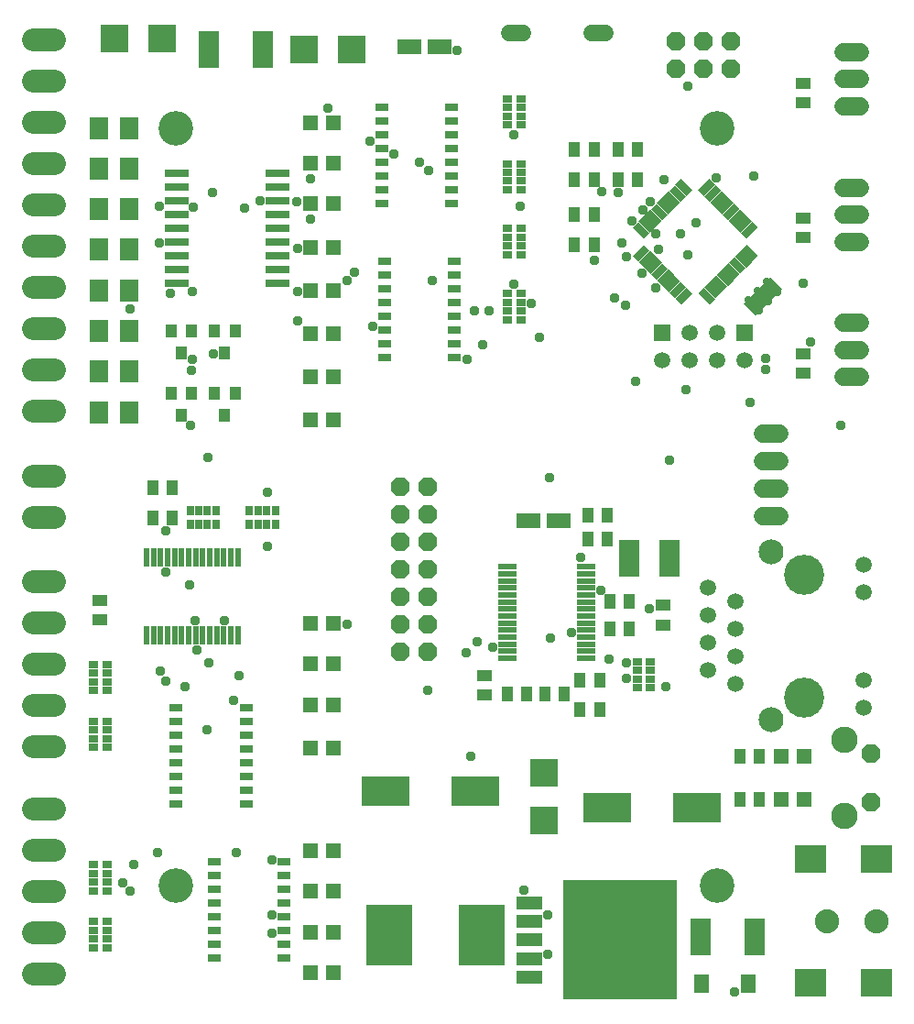
<source format=gbr>
G04 EAGLE Gerber RS-274X export*
G75*
%MOMM*%
%FSLAX34Y34*%
%LPD*%
%INSoldermask Top*%
%IPPOS*%
%AMOC8*
5,1,8,0,0,1.08239X$1,22.5*%
G01*
%ADD10C,3.203200*%
%ADD11R,1.403200X1.403200*%
%ADD12R,1.473200X1.673200*%
%ADD13R,1.003200X1.403200*%
%ADD14R,1.983200X3.403200*%
%ADD15R,3.003200X2.603200*%
%ADD16C,2.235200*%
%ADD17R,1.403200X1.003200*%
%ADD18R,1.511200X1.511200*%
%ADD19C,1.511200*%
%ADD20R,1.703200X0.603200*%
%ADD21R,1.903200X3.503200*%
%ADD22R,2.203200X1.403200*%
%ADD23C,2.303200*%
%ADD24C,3.703200*%
%ADD25C,1.727200*%
%ADD26R,1.473200X0.762000*%
%ADD27R,0.762000X1.473200*%
%ADD28C,0.653200*%
%ADD29R,3.495041X1.534159*%
%ADD30R,4.503200X2.703200*%
%ADD31R,4.203200X5.703200*%
%ADD32R,10.613200X11.003200*%
%ADD33R,2.362200X1.270000*%
%ADD34R,2.603200X2.603200*%
%ADD35P,1.869504X8X112.500000*%
%ADD36C,2.451100*%
%ADD37P,1.852186X8X22.500000*%
%ADD38C,1.524000*%
%ADD39R,1.203200X0.703200*%
%ADD40R,0.603200X1.703200*%
%ADD41C,2.108200*%
%ADD42R,0.853200X0.703200*%
%ADD43R,0.703200X0.853200*%
%ADD44R,1.803200X2.003200*%
%ADD45R,2.184400X0.762000*%
%ADD46P,1.852186X8X112.500000*%
%ADD47R,1.005200X1.175200*%
%ADD48C,0.959600*%


D10*
X172500Y832500D03*
X672500Y832500D03*
X172500Y132500D03*
X672500Y132500D03*
D11*
X753000Y212500D03*
X732000Y212500D03*
D12*
X701500Y42500D03*
X658500Y42500D03*
D13*
X711500Y212500D03*
X693500Y212500D03*
D14*
X657600Y85000D03*
X707400Y85000D03*
D15*
X820000Y43000D03*
X820000Y157000D03*
X759000Y43000D03*
X759000Y157000D03*
D16*
X820000Y100000D03*
X774280Y100000D03*
D17*
X752500Y624000D03*
X752500Y606000D03*
X752500Y749000D03*
X752500Y731000D03*
D18*
X621750Y643625D03*
X697950Y643625D03*
D19*
X647150Y643625D03*
X672550Y643625D03*
X672550Y618225D03*
X647150Y618225D03*
X621750Y618225D03*
X697950Y618225D03*
D17*
X752500Y874000D03*
X752500Y856000D03*
D20*
X478750Y427250D03*
X478750Y420750D03*
X478750Y414250D03*
X478750Y407750D03*
X478750Y401250D03*
X478750Y394750D03*
X478750Y388250D03*
X478750Y381750D03*
X478750Y375250D03*
X478750Y368750D03*
X478750Y362250D03*
X478750Y355750D03*
X478750Y349250D03*
X478750Y342750D03*
X551250Y342750D03*
X551250Y349250D03*
X551250Y355750D03*
X551250Y362250D03*
X551250Y368750D03*
X551250Y375250D03*
X551250Y381750D03*
X551250Y388250D03*
X551250Y394750D03*
X551250Y401250D03*
X551250Y407750D03*
X551250Y414250D03*
X551250Y420750D03*
X551250Y427250D03*
D13*
X496500Y310000D03*
X478500Y310000D03*
D17*
X457500Y326500D03*
X457500Y308500D03*
D13*
X513500Y310000D03*
X531500Y310000D03*
D21*
X591500Y435000D03*
X628500Y435000D03*
D13*
X573500Y370000D03*
X591500Y370000D03*
X573500Y395000D03*
X591500Y395000D03*
X564000Y322500D03*
X546000Y322500D03*
D17*
X622500Y391500D03*
X622500Y373500D03*
D13*
X564000Y295000D03*
X546000Y295000D03*
D22*
X498500Y470000D03*
X526500Y470000D03*
D13*
X571500Y475000D03*
X553500Y475000D03*
X571500Y452500D03*
X553500Y452500D03*
D23*
X722700Y285750D03*
X722700Y440650D03*
D19*
X808400Y429450D03*
X808400Y404050D03*
X808400Y322350D03*
X808400Y296950D03*
X664300Y407600D03*
X664300Y382200D03*
X664300Y356800D03*
X664300Y331400D03*
X689700Y395000D03*
X689700Y369600D03*
X689700Y344200D03*
X689700Y318800D03*
D24*
X753000Y306200D03*
X753000Y420200D03*
D25*
X730120Y550600D02*
X714880Y550600D01*
X714880Y525200D02*
X730120Y525200D01*
X730120Y499800D02*
X714880Y499800D01*
X714880Y474400D02*
X730120Y474400D01*
D13*
X559000Y812500D03*
X541000Y812500D03*
X541000Y785000D03*
X559000Y785000D03*
X581000Y785000D03*
X599000Y785000D03*
X693500Y252500D03*
X711500Y252500D03*
D11*
X753000Y252500D03*
X732000Y252500D03*
D26*
G36*
X660540Y685250D02*
X670956Y674834D01*
X665568Y669446D01*
X655152Y679862D01*
X660540Y685250D01*
G37*
G36*
X666197Y690907D02*
X676613Y680491D01*
X671225Y675103D01*
X660809Y685519D01*
X666197Y690907D01*
G37*
G36*
X671854Y696563D02*
X682270Y686147D01*
X676882Y680759D01*
X666466Y691175D01*
X671854Y696563D01*
G37*
G36*
X677511Y702220D02*
X687927Y691804D01*
X682539Y686416D01*
X672123Y696832D01*
X677511Y702220D01*
G37*
G36*
X683168Y707877D02*
X693584Y697461D01*
X688196Y692073D01*
X677780Y702489D01*
X683168Y707877D01*
G37*
G36*
X688825Y713534D02*
X699241Y703118D01*
X693853Y697730D01*
X683437Y708146D01*
X688825Y713534D01*
G37*
G36*
X694481Y719191D02*
X704897Y708775D01*
X699509Y703387D01*
X689093Y713803D01*
X694481Y719191D01*
G37*
G36*
X700138Y724848D02*
X710554Y714432D01*
X705166Y709044D01*
X694750Y719460D01*
X700138Y724848D01*
G37*
D27*
G36*
X705166Y745956D02*
X710554Y740568D01*
X700138Y730152D01*
X694750Y735540D01*
X705166Y745956D01*
G37*
G36*
X699509Y751613D02*
X704897Y746225D01*
X694481Y735809D01*
X689093Y741197D01*
X699509Y751613D01*
G37*
G36*
X693853Y757270D02*
X699241Y751882D01*
X688825Y741466D01*
X683437Y746854D01*
X693853Y757270D01*
G37*
G36*
X688196Y762927D02*
X693584Y757539D01*
X683168Y747123D01*
X677780Y752511D01*
X688196Y762927D01*
G37*
G36*
X682539Y768584D02*
X687927Y763196D01*
X677511Y752780D01*
X672123Y758168D01*
X682539Y768584D01*
G37*
G36*
X676882Y774241D02*
X682270Y768853D01*
X671854Y758437D01*
X666466Y763825D01*
X676882Y774241D01*
G37*
G36*
X671225Y779897D02*
X676613Y774509D01*
X666197Y764093D01*
X660809Y769481D01*
X671225Y779897D01*
G37*
G36*
X665568Y785554D02*
X670956Y780166D01*
X660540Y769750D01*
X655152Y775138D01*
X665568Y785554D01*
G37*
D26*
G36*
X639432Y785554D02*
X649848Y775138D01*
X644460Y769750D01*
X634044Y780166D01*
X639432Y785554D01*
G37*
G36*
X633775Y779897D02*
X644191Y769481D01*
X638803Y764093D01*
X628387Y774509D01*
X633775Y779897D01*
G37*
G36*
X628118Y774241D02*
X638534Y763825D01*
X633146Y758437D01*
X622730Y768853D01*
X628118Y774241D01*
G37*
G36*
X622461Y768584D02*
X632877Y758168D01*
X627489Y752780D01*
X617073Y763196D01*
X622461Y768584D01*
G37*
G36*
X616804Y762927D02*
X627220Y752511D01*
X621832Y747123D01*
X611416Y757539D01*
X616804Y762927D01*
G37*
G36*
X611147Y757270D02*
X621563Y746854D01*
X616175Y741466D01*
X605759Y751882D01*
X611147Y757270D01*
G37*
G36*
X605491Y751613D02*
X615907Y741197D01*
X610519Y735809D01*
X600103Y746225D01*
X605491Y751613D01*
G37*
G36*
X599834Y745956D02*
X610250Y735540D01*
X604862Y730152D01*
X594446Y740568D01*
X599834Y745956D01*
G37*
D27*
G36*
X604862Y724848D02*
X610250Y719460D01*
X599834Y709044D01*
X594446Y714432D01*
X604862Y724848D01*
G37*
G36*
X610519Y719191D02*
X615907Y713803D01*
X605491Y703387D01*
X600103Y708775D01*
X610519Y719191D01*
G37*
G36*
X616175Y713534D02*
X621563Y708146D01*
X611147Y697730D01*
X605759Y703118D01*
X616175Y713534D01*
G37*
G36*
X621832Y707877D02*
X627220Y702489D01*
X616804Y692073D01*
X611416Y697461D01*
X621832Y707877D01*
G37*
G36*
X627489Y702220D02*
X632877Y696832D01*
X622461Y686416D01*
X617073Y691804D01*
X627489Y702220D01*
G37*
G36*
X633146Y696563D02*
X638534Y691175D01*
X628118Y680759D01*
X622730Y686147D01*
X633146Y696563D01*
G37*
G36*
X638803Y690907D02*
X644191Y685519D01*
X633775Y675103D01*
X628387Y680491D01*
X638803Y690907D01*
G37*
G36*
X644460Y685250D02*
X649848Y679862D01*
X639432Y669446D01*
X634044Y674834D01*
X644460Y685250D01*
G37*
D13*
X581000Y812500D03*
X599000Y812500D03*
X559000Y752500D03*
X541000Y752500D03*
D28*
X701371Y674159D02*
X711659Y663871D01*
X720144Y672356D02*
X709856Y682644D01*
X718341Y691129D02*
X728629Y680841D01*
D29*
G36*
X732780Y684396D02*
X708068Y659684D01*
X697220Y670532D01*
X721932Y695244D01*
X732780Y684396D01*
G37*
D13*
X559000Y725000D03*
X541000Y725000D03*
D30*
X366000Y220000D03*
X449000Y220000D03*
X654000Y205000D03*
X571000Y205000D03*
D31*
X370000Y87500D03*
X455000Y87500D03*
D32*
X582900Y82500D03*
D33*
X499588Y116536D03*
X499588Y99518D03*
X499588Y82500D03*
X499588Y65482D03*
X499588Y48464D03*
D34*
X512500Y237000D03*
X512500Y193000D03*
D35*
X814946Y209894D03*
X814946Y255106D03*
D36*
X790054Y197448D03*
X790054Y267552D03*
D25*
X789880Y652500D02*
X805120Y652500D01*
X805120Y627500D02*
X789880Y627500D01*
X789880Y602500D02*
X805120Y602500D01*
X805120Y777500D02*
X789880Y777500D01*
X789880Y752500D02*
X805120Y752500D01*
X805120Y727500D02*
X789880Y727500D01*
X789880Y902500D02*
X805120Y902500D01*
X805120Y877500D02*
X789880Y877500D01*
X789880Y852500D02*
X805120Y852500D01*
D37*
X634600Y887300D03*
X634600Y912700D03*
X660000Y887300D03*
X660000Y912700D03*
X685400Y887300D03*
X685400Y912700D03*
D38*
X569704Y920000D02*
X556496Y920000D01*
X493504Y920000D02*
X480296Y920000D01*
D11*
X318000Y375000D03*
X297000Y375000D03*
X318000Y337500D03*
X297000Y337500D03*
X318000Y300000D03*
X297000Y300000D03*
X318000Y260000D03*
X297000Y260000D03*
X318000Y165000D03*
X297000Y165000D03*
X318000Y127500D03*
X297000Y127500D03*
X318000Y90000D03*
X297000Y90000D03*
D39*
X172600Y296950D03*
X172600Y284250D03*
X172600Y271550D03*
X172600Y258850D03*
X172600Y246150D03*
X172600Y233450D03*
X172600Y220750D03*
X172600Y208050D03*
X237400Y208050D03*
X237400Y220750D03*
X237400Y233450D03*
X237400Y246150D03*
X237400Y258850D03*
X237400Y271550D03*
X237400Y284250D03*
X237400Y296950D03*
X207600Y154450D03*
X207600Y141750D03*
X207600Y129050D03*
X207600Y116350D03*
X207600Y103650D03*
X207600Y90950D03*
X207600Y78250D03*
X207600Y65550D03*
X272400Y65550D03*
X272400Y78250D03*
X272400Y90950D03*
X272400Y103650D03*
X272400Y116350D03*
X272400Y129050D03*
X272400Y141750D03*
X272400Y154450D03*
D11*
X318000Y52500D03*
X297000Y52500D03*
D40*
X229750Y436250D03*
X223250Y436250D03*
X216750Y436250D03*
X210250Y436250D03*
X203750Y436250D03*
X197250Y436250D03*
X190750Y436250D03*
X184250Y436250D03*
X177750Y436250D03*
X171250Y436250D03*
X164750Y436250D03*
X158250Y436250D03*
X151750Y436250D03*
X145250Y436250D03*
X145250Y363750D03*
X151750Y363750D03*
X158250Y363750D03*
X164750Y363750D03*
X171250Y363750D03*
X177750Y363750D03*
X184250Y363750D03*
X190750Y363750D03*
X197250Y363750D03*
X203750Y363750D03*
X210250Y363750D03*
X216750Y363750D03*
X223250Y363750D03*
X229750Y363750D03*
D41*
X59525Y511550D02*
X40475Y511550D01*
X40475Y473450D02*
X59525Y473450D01*
D39*
X362600Y851950D03*
X362600Y839250D03*
X362600Y826550D03*
X362600Y813850D03*
X362600Y801150D03*
X362600Y788450D03*
X362600Y775750D03*
X362600Y763050D03*
X427400Y763050D03*
X427400Y775750D03*
X427400Y788450D03*
X427400Y801150D03*
X427400Y813850D03*
X427400Y826550D03*
X427400Y839250D03*
X427400Y851950D03*
D13*
X151000Y500000D03*
X169000Y500000D03*
X151000Y472500D03*
X169000Y472500D03*
D42*
X96250Y284500D03*
X96250Y276500D03*
X96250Y268500D03*
X96250Y260500D03*
X108750Y260500D03*
X108750Y268500D03*
X108750Y276500D03*
X108750Y284500D03*
X96250Y337000D03*
X96250Y329000D03*
X96250Y321000D03*
X96250Y313000D03*
X108750Y313000D03*
X108750Y321000D03*
X108750Y329000D03*
X108750Y337000D03*
X96250Y99500D03*
X96250Y91500D03*
X96250Y83500D03*
X96250Y75500D03*
X108750Y75500D03*
X108750Y83500D03*
X108750Y91500D03*
X108750Y99500D03*
X96250Y152000D03*
X96250Y144000D03*
X96250Y136000D03*
X96250Y128000D03*
X108750Y128000D03*
X108750Y136000D03*
X108750Y144000D03*
X108750Y152000D03*
X598750Y339500D03*
X598750Y331500D03*
X598750Y323500D03*
X598750Y315500D03*
X611250Y315500D03*
X611250Y323500D03*
X611250Y331500D03*
X611250Y339500D03*
D43*
X209500Y478750D03*
X201500Y478750D03*
X193500Y478750D03*
X185500Y478750D03*
X185500Y466250D03*
X193500Y466250D03*
X201500Y466250D03*
X209500Y466250D03*
D42*
X478750Y799500D03*
X478750Y791500D03*
X478750Y783500D03*
X478750Y775500D03*
X491250Y775500D03*
X491250Y783500D03*
X491250Y791500D03*
X491250Y799500D03*
X478750Y859500D03*
X478750Y851500D03*
X478750Y843500D03*
X478750Y835500D03*
X491250Y835500D03*
X491250Y843500D03*
X491250Y851500D03*
X491250Y859500D03*
D41*
X59525Y413700D02*
X40475Y413700D01*
X40475Y375600D02*
X59525Y375600D01*
X59525Y337500D02*
X40475Y337500D01*
X40475Y299400D02*
X59525Y299400D01*
X59525Y261300D02*
X40475Y261300D01*
X40475Y203700D02*
X59525Y203700D01*
X59525Y165600D02*
X40475Y165600D01*
X40475Y127500D02*
X59525Y127500D01*
X59525Y89400D02*
X40475Y89400D01*
X40475Y51300D02*
X59525Y51300D01*
D17*
X102500Y396500D03*
X102500Y378500D03*
D11*
X297000Y837500D03*
X318000Y837500D03*
X297000Y800000D03*
X318000Y800000D03*
X297000Y762500D03*
X318000Y762500D03*
X297000Y722500D03*
X318000Y722500D03*
D34*
X159500Y915000D03*
X115500Y915000D03*
X290500Y905000D03*
X334500Y905000D03*
D14*
X252400Y905000D03*
X202600Y905000D03*
D44*
X101000Y570000D03*
X129000Y570000D03*
X101000Y607500D03*
X129000Y607500D03*
X101000Y645000D03*
X129000Y645000D03*
X101000Y682500D03*
X129000Y682500D03*
D22*
X416500Y907500D03*
X388500Y907500D03*
D41*
X59525Y913950D02*
X40475Y913950D01*
X40475Y875850D02*
X59525Y875850D01*
X59525Y837750D02*
X40475Y837750D01*
X40475Y799650D02*
X59525Y799650D01*
X59525Y761550D02*
X40475Y761550D01*
X40475Y723450D02*
X59525Y723450D01*
X59525Y685350D02*
X40475Y685350D01*
X40475Y647250D02*
X59525Y647250D01*
X59525Y609150D02*
X40475Y609150D01*
X40475Y571050D02*
X59525Y571050D01*
D45*
X266736Y689200D03*
X266736Y701900D03*
X266736Y714600D03*
X266736Y727300D03*
X266736Y740000D03*
X266736Y752700D03*
X266736Y765400D03*
X266736Y778100D03*
X266736Y790800D03*
X173264Y790800D03*
X173264Y778100D03*
X173264Y765400D03*
X173264Y752700D03*
X173264Y740000D03*
X173264Y727300D03*
X173264Y714600D03*
X173264Y701900D03*
X173264Y689200D03*
D44*
X101000Y720000D03*
X129000Y720000D03*
X101000Y757500D03*
X129000Y757500D03*
X101000Y795000D03*
X129000Y795000D03*
X101000Y832500D03*
X129000Y832500D03*
D39*
X365100Y709450D03*
X365100Y696750D03*
X365100Y684050D03*
X365100Y671350D03*
X365100Y658650D03*
X365100Y645950D03*
X365100Y633250D03*
X365100Y620550D03*
X429900Y620550D03*
X429900Y633250D03*
X429900Y645950D03*
X429900Y658650D03*
X429900Y671350D03*
X429900Y684050D03*
X429900Y696750D03*
X429900Y709450D03*
D43*
X264500Y478750D03*
X256500Y478750D03*
X248500Y478750D03*
X240500Y478750D03*
X240500Y466250D03*
X248500Y466250D03*
X256500Y466250D03*
X264500Y466250D03*
D42*
X478750Y739500D03*
X478750Y731500D03*
X478750Y723500D03*
X478750Y715500D03*
X491250Y715500D03*
X491250Y723500D03*
X491250Y731500D03*
X491250Y739500D03*
X478750Y679500D03*
X478750Y671500D03*
X478750Y663500D03*
X478750Y655500D03*
X491250Y655500D03*
X491250Y663500D03*
X491250Y671500D03*
X491250Y679500D03*
D11*
X297000Y682500D03*
X318000Y682500D03*
X297000Y642500D03*
X318000Y642500D03*
X297000Y602500D03*
X318000Y602500D03*
X297000Y562500D03*
X318000Y562500D03*
D46*
X405200Y348800D03*
X379800Y348800D03*
X405200Y374200D03*
X379800Y374200D03*
X405200Y399600D03*
X379800Y399600D03*
X405200Y425000D03*
X379800Y425000D03*
X405200Y450400D03*
X379800Y450400D03*
X405200Y475800D03*
X379800Y475800D03*
X405200Y501200D03*
X379800Y501200D03*
D47*
X217500Y567500D03*
X208000Y587500D03*
X227000Y587500D03*
X177500Y567500D03*
X168000Y587500D03*
X187000Y587500D03*
X217500Y625000D03*
X208000Y645000D03*
X227000Y645000D03*
X177500Y625000D03*
X168000Y645000D03*
X187000Y645000D03*
D48*
X405139Y313294D03*
X330642Y374524D03*
X444938Y252064D03*
X284720Y681694D03*
X284720Y654141D03*
X284720Y721494D03*
X296966Y748027D03*
X296966Y785785D03*
X566378Y773539D03*
X581685Y772519D03*
X611280Y764355D03*
X706186Y787826D03*
X616382Y684756D03*
X618423Y720473D03*
X593931Y747006D03*
X577603Y675571D03*
X596993Y598829D03*
X517394Y509230D03*
X752109Y688838D03*
X786806Y558214D03*
X628628Y525558D03*
X759252Y634751D03*
X703125Y578624D03*
X644190Y591124D03*
X671489Y786806D03*
X645977Y871507D03*
X518414Y361257D03*
X440856Y347991D03*
X451061Y358196D03*
X653120Y744965D03*
X717412Y619444D03*
X717412Y609239D03*
X610259Y388811D03*
X565357Y405139D03*
X546988Y435754D03*
X537804Y366360D03*
X516373Y69394D03*
X588829Y324519D03*
X588829Y338806D03*
X572501Y341868D03*
X625567Y316355D03*
X465348Y353093D03*
X645977Y715371D03*
X559234Y710268D03*
X587808Y668428D03*
X184711Y410241D03*
X163280Y422487D03*
X584747Y726596D03*
X603116Y698022D03*
X257166Y445959D03*
X163280Y460246D03*
X616382Y734760D03*
X588829Y713330D03*
X604136Y757211D03*
X508209Y638833D03*
X516373Y106132D03*
X493922Y128583D03*
X688838Y34697D03*
X623526Y784765D03*
X638833Y734760D03*
X189813Y377585D03*
X158178Y330642D03*
X163280Y321458D03*
X191854Y350032D03*
X201039Y276556D03*
X203080Y338806D03*
X180629Y316355D03*
X133686Y152055D03*
X261248Y156137D03*
X225531Y304109D03*
X155116Y163280D03*
X228592Y163280D03*
X217367Y377585D03*
X123481Y135727D03*
X261248Y106132D03*
X129604Y127563D03*
X261248Y88784D03*
X230633Y326560D03*
X490861Y760273D03*
X484738Y826605D03*
X432692Y904163D03*
X187772Y618423D03*
X207162Y623526D03*
X206141Y772519D03*
X501066Y670469D03*
X484738Y687817D03*
X250023Y765375D03*
X397995Y801093D03*
X283699Y764355D03*
X406159Y792929D03*
X186752Y608218D03*
X129604Y665366D03*
X157157Y726596D03*
X167362Y679653D03*
X157157Y760273D03*
X187772Y681694D03*
X188793Y759252D03*
X330642Y691899D03*
X409221Y691899D03*
X462287Y663325D03*
X448000Y663325D03*
X337786Y699043D03*
X456164Y632710D03*
X441877Y618423D03*
X185731Y558214D03*
X313294Y851097D03*
X235736Y758232D03*
X352073Y820482D03*
X202059Y528619D03*
X373503Y808236D03*
X257166Y495963D03*
X354114Y649038D03*
M02*

</source>
